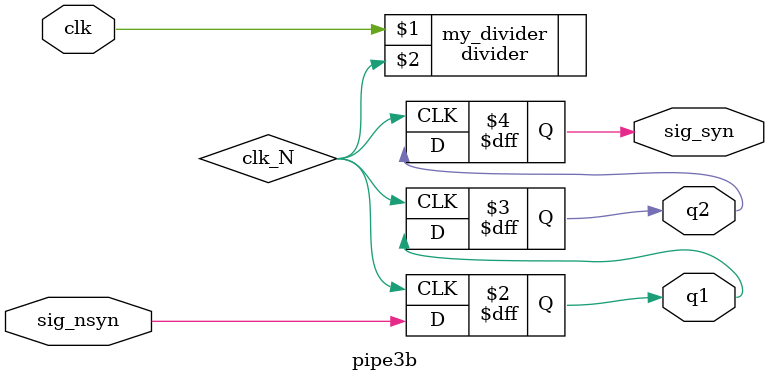
<source format=v>
`timescale 1ns / 1ps


module pipe3b(
    input sig_nsyn,
    input clk,
    output q1,
    output q2,
    output sig_syn
    );
    wire clk_N;
    divider my_divider(clk,clk_N);
    reg q1;
    reg q2;
    reg sig_syn;
    always@(posedge clk_N) begin 
        sig_syn=q2;  
        q2=q1;
        q1=sig_nsyn;  
    end

endmodule


</source>
